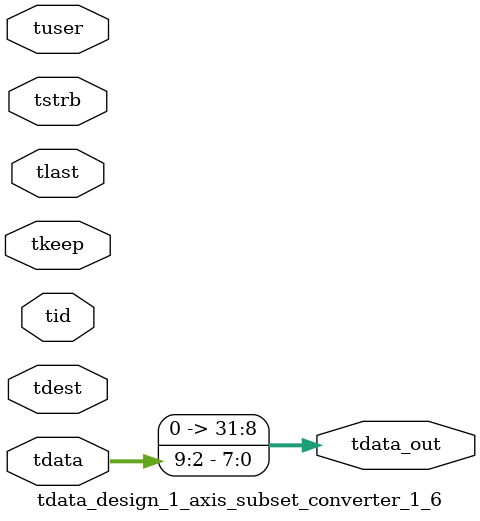
<source format=v>


`timescale 1ps/1ps

module tdata_design_1_axis_subset_converter_1_6 #
(
parameter C_S_AXIS_TDATA_WIDTH = 32,
parameter C_S_AXIS_TUSER_WIDTH = 0,
parameter C_S_AXIS_TID_WIDTH   = 0,
parameter C_S_AXIS_TDEST_WIDTH = 0,
parameter C_M_AXIS_TDATA_WIDTH = 32
)
(
input  [(C_S_AXIS_TDATA_WIDTH == 0 ? 1 : C_S_AXIS_TDATA_WIDTH)-1:0     ] tdata,
input  [(C_S_AXIS_TUSER_WIDTH == 0 ? 1 : C_S_AXIS_TUSER_WIDTH)-1:0     ] tuser,
input  [(C_S_AXIS_TID_WIDTH   == 0 ? 1 : C_S_AXIS_TID_WIDTH)-1:0       ] tid,
input  [(C_S_AXIS_TDEST_WIDTH == 0 ? 1 : C_S_AXIS_TDEST_WIDTH)-1:0     ] tdest,
input  [(C_S_AXIS_TDATA_WIDTH/8)-1:0 ] tkeep,
input  [(C_S_AXIS_TDATA_WIDTH/8)-1:0 ] tstrb,
input                                                                    tlast,
output [C_M_AXIS_TDATA_WIDTH-1:0] tdata_out
);

assign tdata_out = {tdata[9:2]};

endmodule


</source>
